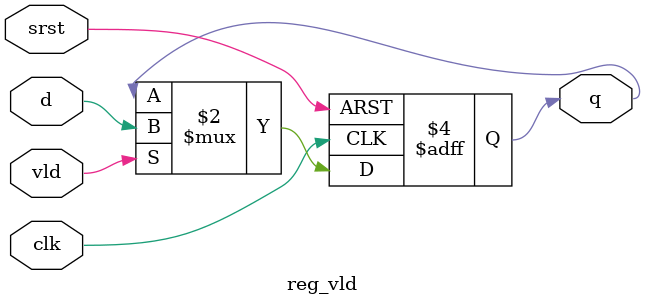
<source format=v>
module reg_vld
# (
    parameter w = 1
) 
(
  input                clk,
  input                srst,

  input                vld,
  input      [w - 1:0] d,
    
  output reg [w - 1:0] q
);

  always @( posedge clk or posedge srst ) begin
    if( srst ) begin
      q <= { 167 { 1'b0 } };
    end
    else if( vld ) begin
      q <= d;
    end 
  end

endmodule

</source>
